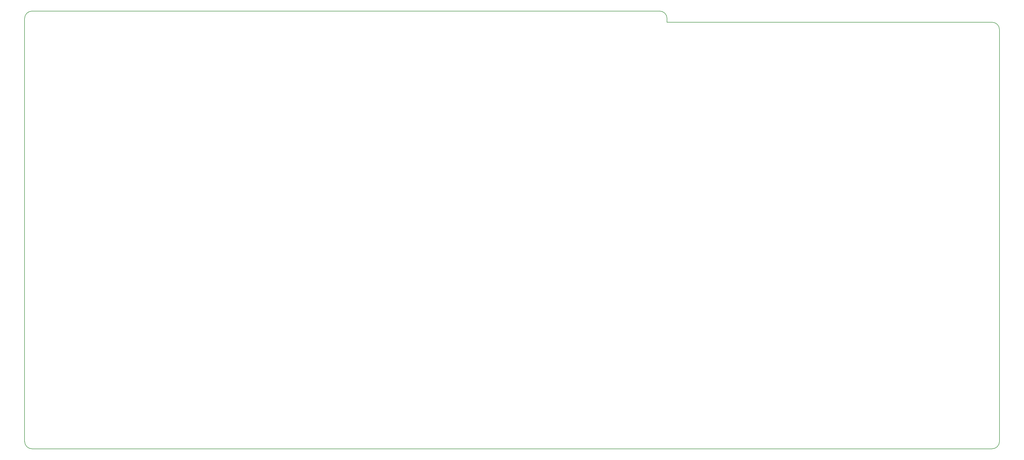
<source format=gm1>
G04 #@! TF.GenerationSoftware,KiCad,Pcbnew,(5.1.6)-1*
G04 #@! TF.CreationDate,2021-11-23T06:49:39+02:00*
G04 #@! TF.ProjectId,Omega-Mainboard,4f6d6567-612d-44d6-9169-6e626f617264,rev?*
G04 #@! TF.SameCoordinates,Original*
G04 #@! TF.FileFunction,Profile,NP*
%FSLAX46Y46*%
G04 Gerber Fmt 4.6, Leading zero omitted, Abs format (unit mm)*
G04 Created by KiCad (PCBNEW (5.1.6)-1) date 2021-11-23 06:49:39*
%MOMM*%
%LPD*%
G01*
G04 APERTURE LIST*
G04 #@! TA.AperFunction,Profile*
%ADD10C,0.150000*%
G04 #@! TD*
G04 APERTURE END LIST*
D10*
X257810000Y-49530000D02*
X368935000Y-49530000D01*
X257810000Y-48260000D02*
X257810000Y-49530000D01*
X257810000Y-48260000D02*
G75*
G03*
X255270000Y-45720000I-2540000J0D01*
G01*
X40640000Y-45720000D02*
X255270000Y-45720000D01*
X38100000Y-193040000D02*
X38100000Y-48260000D01*
X371475000Y-193040000D02*
X371475000Y-52070000D01*
X371475000Y-52070000D02*
G75*
G03*
X368935000Y-49530000I-2540000J0D01*
G01*
X368935000Y-195580000D02*
X40640000Y-195580000D01*
X368935000Y-195580000D02*
G75*
G03*
X371475000Y-193040000I0J2540000D01*
G01*
X40640000Y-45720000D02*
G75*
G03*
X38100000Y-48260000I0J-2540000D01*
G01*
X38100000Y-193040000D02*
G75*
G03*
X40640000Y-195580000I2540000J0D01*
G01*
M02*

</source>
